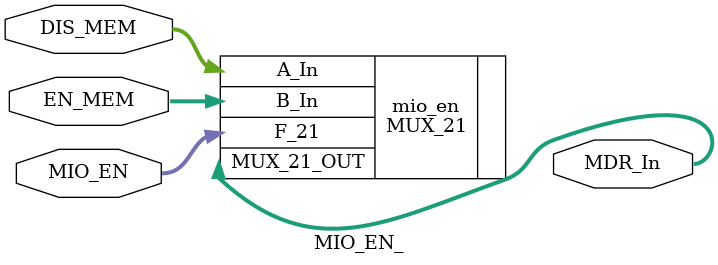
<source format=sv>
module MIO_EN_(input logic[15:0] EN_MEM, DIS_MEM,
				  input logic[1:0] MIO_EN,
				  output logic [15:0] MDR_In);
				  
	
	MUX_21 mio_en(.F_21(MIO_EN), .A_In(DIS_MEM), .B_In(EN_MEM), .MUX_21_OUT(MDR_In));		

	 
endmodule

</source>
